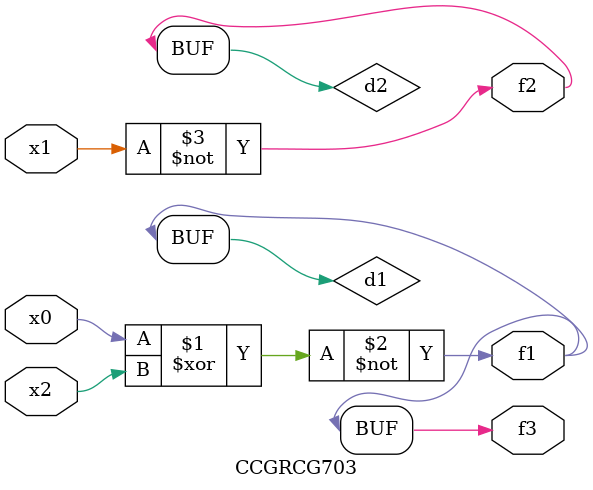
<source format=v>
module CCGRCG703(
	input x0, x1, x2,
	output f1, f2, f3
);

	wire d1, d2, d3;

	xnor (d1, x0, x2);
	nand (d2, x1);
	nor (d3, x1, x2);
	assign f1 = d1;
	assign f2 = d2;
	assign f3 = d1;
endmodule

</source>
